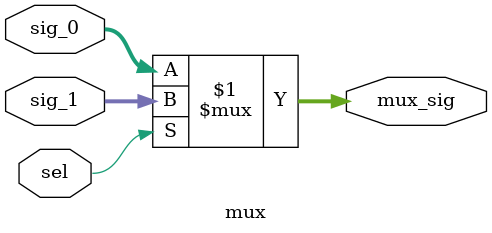
<source format=v>
module mux #(parameter SIZE = 8)(
	input sel,
	input [SIZE-1:0] sig_1,
	input [SIZE-1:0] sig_0,
	output [SIZE-1:0] mux_sig
);

	assign mux_sig = sel ? sig_1 : sig_0;

endmodule
</source>
